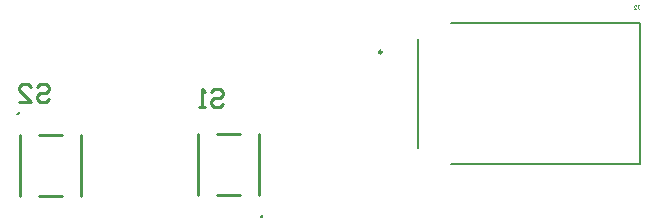
<source format=gbo>
G04*
G04 #@! TF.GenerationSoftware,Altium Limited,Altium Designer,19.1.5 (86)*
G04*
G04 Layer_Color=32896*
%FSLAX25Y25*%
%MOIN*%
G70*
G01*
G75*
%ADD10C,0.01000*%
%ADD11C,0.00984*%
%ADD15C,0.00787*%
%ADD16C,0.00315*%
D10*
X130152Y3303D02*
G03*
X130152Y3303I-235J0D01*
G01*
X49058Y37642D02*
G03*
X49058Y37642I-235J0D01*
G01*
X129331Y10433D02*
Y30906D01*
X108858Y10433D02*
Y30906D01*
X115157D02*
X123031D01*
X115157Y10433D02*
X123031D01*
X49409Y10039D02*
Y30512D01*
X69882Y10039D02*
Y30512D01*
X55709Y10039D02*
X63583D01*
X55709Y30512D02*
X63583D01*
X113353Y44847D02*
X114353Y45847D01*
X116352D01*
X117352Y44847D01*
Y43848D01*
X116352Y42848D01*
X114353D01*
X113353Y41848D01*
Y40848D01*
X114353Y39849D01*
X116352D01*
X117352Y40848D01*
X111354Y39849D02*
X109355D01*
X110354D01*
Y45847D01*
X111354Y44847D01*
X55060Y46417D02*
X56059Y47416D01*
X58059D01*
X59058Y46417D01*
Y45417D01*
X58059Y44417D01*
X56059D01*
X55060Y43418D01*
Y42418D01*
X56059Y41418D01*
X58059D01*
X59058Y42418D01*
X49062Y41418D02*
X53060D01*
X49062Y45417D01*
Y46417D01*
X50061Y47416D01*
X52061D01*
X53060Y46417D01*
D11*
X170177Y58071D02*
G03*
X170177Y58071I-492J0D01*
G01*
D15*
X193347Y67913D02*
X256102D01*
X193347Y20669D02*
X256102D01*
X182087Y26272D02*
Y62311D01*
X256102Y20669D02*
Y67913D01*
D16*
X255413Y73665D02*
X255806D01*
X255610D01*
Y72681D01*
X255806Y72484D01*
X256003D01*
X256200Y72681D01*
X254232Y72484D02*
X255019D01*
X254232Y73271D01*
Y73468D01*
X254429Y73665D01*
X254822D01*
X255019Y73468D01*
M02*

</source>
